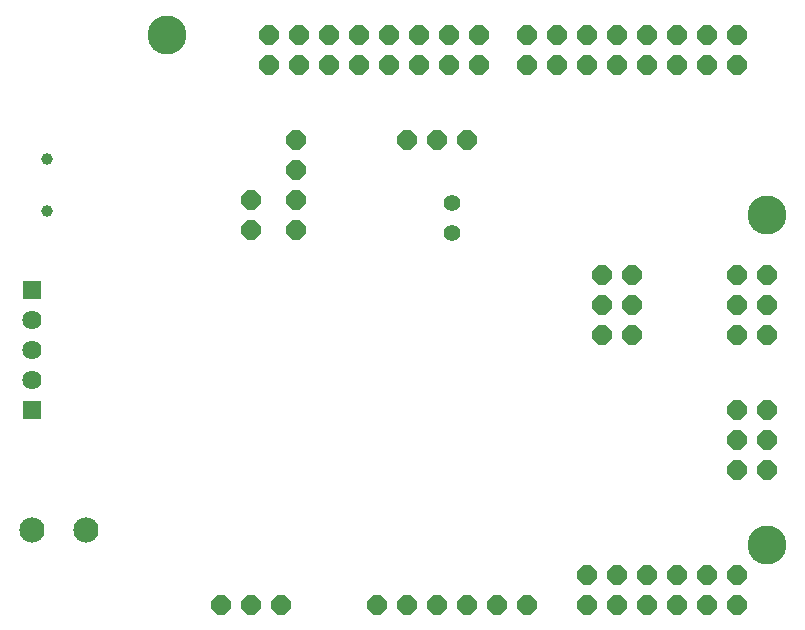
<source format=gbs>
G75*
G70*
%OFA0B0*%
%FSLAX24Y24*%
%IPPOS*%
%LPD*%
%AMOC8*
5,1,8,0,0,1.08239X$1,22.5*
%
%ADD10C,0.1300*%
%ADD11OC8,0.0640*%
%ADD12C,0.0560*%
%ADD13C,0.0394*%
%ADD14R,0.0640X0.0640*%
%ADD15C,0.0640*%
%ADD16C,0.0840*%
D10*
X007643Y020202D03*
X027643Y014202D03*
X027643Y003202D03*
D11*
X026643Y002202D03*
X025643Y002202D03*
X024643Y002202D03*
X023643Y002202D03*
X022643Y002202D03*
X021643Y002202D03*
X021643Y001202D03*
X022643Y001202D03*
X023643Y001202D03*
X024643Y001202D03*
X025643Y001202D03*
X026643Y001202D03*
X026643Y005702D03*
X027643Y005702D03*
X027643Y006702D03*
X026643Y006702D03*
X026643Y007702D03*
X027643Y007702D03*
X027643Y010202D03*
X026643Y010202D03*
X026643Y011202D03*
X027643Y011202D03*
X027643Y012202D03*
X026643Y012202D03*
X023143Y012202D03*
X022143Y012202D03*
X022143Y011202D03*
X023143Y011202D03*
X023143Y010202D03*
X022143Y010202D03*
X017643Y016702D03*
X016643Y016702D03*
X015643Y016702D03*
X016043Y019202D03*
X017043Y019202D03*
X018043Y019202D03*
X018043Y020202D03*
X017043Y020202D03*
X016043Y020202D03*
X015043Y020202D03*
X014043Y020202D03*
X013043Y020202D03*
X012043Y020202D03*
X011043Y020202D03*
X011043Y019202D03*
X012043Y019202D03*
X013043Y019202D03*
X014043Y019202D03*
X015043Y019202D03*
X011943Y016702D03*
X011943Y015702D03*
X011943Y014702D03*
X011943Y013702D03*
X010443Y013702D03*
X010443Y014702D03*
X019643Y019202D03*
X020643Y019202D03*
X021643Y019202D03*
X022643Y019202D03*
X023643Y019202D03*
X024643Y019202D03*
X025643Y019202D03*
X026643Y019202D03*
X026643Y020202D03*
X025643Y020202D03*
X024643Y020202D03*
X023643Y020202D03*
X022643Y020202D03*
X021643Y020202D03*
X020643Y020202D03*
X019643Y020202D03*
X019643Y001202D03*
X018643Y001202D03*
X017643Y001202D03*
X016643Y001202D03*
X015643Y001202D03*
X014643Y001202D03*
X011443Y001202D03*
X010443Y001202D03*
X009443Y001202D03*
D12*
X017143Y013602D03*
X017143Y014602D03*
D13*
X003643Y014335D03*
X003643Y016068D03*
D14*
X003143Y011702D03*
X003143Y007702D03*
D15*
X003143Y008702D03*
X003143Y009702D03*
X003143Y010702D03*
D16*
X003143Y003702D03*
X004943Y003702D03*
M02*

</source>
